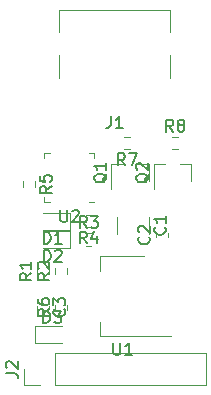
<source format=gbr>
%TF.GenerationSoftware,KiCad,Pcbnew,(5.1.9)-1*%
%TF.CreationDate,2021-05-04T17:18:08+07:00*%
%TF.ProjectId,usb_debug,7573625f-6465-4627-9567-2e6b69636164,rev?*%
%TF.SameCoordinates,Original*%
%TF.FileFunction,Legend,Top*%
%TF.FilePolarity,Positive*%
%FSLAX46Y46*%
G04 Gerber Fmt 4.6, Leading zero omitted, Abs format (unit mm)*
G04 Created by KiCad (PCBNEW (5.1.9)-1) date 2021-05-04 17:18:08*
%MOMM*%
%LPD*%
G01*
G04 APERTURE LIST*
%ADD10C,0.120000*%
%ADD11C,0.150000*%
G04 APERTURE END LIST*
D10*
%TO.C,D3*%
X90742500Y-75915000D02*
X93027500Y-75915000D01*
X90742500Y-74445000D02*
X90742500Y-75915000D01*
X93027500Y-74445000D02*
X90742500Y-74445000D01*
%TO.C,D2*%
X93742500Y-66395000D02*
X91457500Y-66395000D01*
X93742500Y-67865000D02*
X93742500Y-66395000D01*
X91457500Y-67865000D02*
X93742500Y-67865000D01*
%TO.C,D1*%
X93745000Y-64865000D02*
X91460000Y-64865000D01*
X93745000Y-66335000D02*
X93745000Y-64865000D01*
X91460000Y-66335000D02*
X93745000Y-66335000D01*
%TO.C,U2*%
X92045000Y-64000000D02*
X91570000Y-64000000D01*
X91570000Y-64000000D02*
X91570000Y-63525000D01*
X95315000Y-59780000D02*
X95790000Y-59780000D01*
X95790000Y-59780000D02*
X95790000Y-60255000D01*
X92045000Y-59780000D02*
X91570000Y-59780000D01*
X91570000Y-59780000D02*
X91570000Y-60255000D01*
X95315000Y-64000000D02*
X95790000Y-64000000D01*
%TO.C,U1*%
X96260000Y-68530000D02*
X96260000Y-69790000D01*
X96260000Y-75350000D02*
X96260000Y-74090000D01*
X100020000Y-68530000D02*
X96260000Y-68530000D01*
X102270000Y-75350000D02*
X96260000Y-75350000D01*
%TO.C,R8*%
X102397742Y-58457500D02*
X102872258Y-58457500D01*
X102397742Y-59502500D02*
X102872258Y-59502500D01*
%TO.C,R7*%
X98792258Y-59492500D02*
X98317742Y-59492500D01*
X98792258Y-58447500D02*
X98317742Y-58447500D01*
%TO.C,R6*%
X92447500Y-73122258D02*
X92447500Y-72647742D01*
X93492500Y-73122258D02*
X93492500Y-72647742D01*
%TO.C,R5*%
X90812500Y-62227742D02*
X90812500Y-62702258D01*
X89767500Y-62227742D02*
X89767500Y-62702258D01*
%TO.C,R4*%
X95552258Y-66112500D02*
X95077742Y-66112500D01*
X95552258Y-65067500D02*
X95077742Y-65067500D01*
%TO.C,R3*%
X95077742Y-66607500D02*
X95552258Y-66607500D01*
X95077742Y-67652500D02*
X95552258Y-67652500D01*
%TO.C,R2*%
X92447500Y-70062258D02*
X92447500Y-69587742D01*
X93492500Y-70062258D02*
X93492500Y-69587742D01*
%TO.C,R1*%
X90917500Y-70062258D02*
X90917500Y-69587742D01*
X91962500Y-70062258D02*
X91962500Y-69587742D01*
%TO.C,Q2*%
X103970000Y-60710000D02*
X103040000Y-60710000D01*
X100810000Y-60710000D02*
X101740000Y-60710000D01*
X100810000Y-60710000D02*
X100810000Y-62870000D01*
X103970000Y-60710000D02*
X103970000Y-62170000D01*
%TO.C,Q1*%
X100400000Y-60710000D02*
X99470000Y-60710000D01*
X97240000Y-60710000D02*
X98170000Y-60710000D01*
X97240000Y-60710000D02*
X97240000Y-62870000D01*
X100400000Y-60710000D02*
X100400000Y-62170000D01*
%TO.C,J2*%
X105220000Y-79450000D02*
X105220000Y-76790000D01*
X92460000Y-79450000D02*
X105220000Y-79450000D01*
X92460000Y-76790000D02*
X105220000Y-76790000D01*
X92460000Y-79450000D02*
X92460000Y-76790000D01*
X91190000Y-79450000D02*
X89860000Y-79450000D01*
X89860000Y-79450000D02*
X89860000Y-78120000D01*
%TO.C,J1*%
X102240000Y-49600000D02*
X102240000Y-47700000D01*
X102240000Y-53500000D02*
X102240000Y-51500000D01*
X92840000Y-49600000D02*
X92840000Y-47700000D01*
X92840000Y-53500000D02*
X92840000Y-51500000D01*
X102240000Y-47700000D02*
X92840000Y-47700000D01*
%TO.C,C3*%
X91960000Y-72744420D02*
X91960000Y-73025580D01*
X90940000Y-72744420D02*
X90940000Y-73025580D01*
%TO.C,C2*%
X100980000Y-66895580D02*
X100980000Y-66614420D01*
X102000000Y-66895580D02*
X102000000Y-66614420D01*
%TO.C,C1*%
X100460000Y-65223748D02*
X100460000Y-66646252D01*
X97740000Y-65223748D02*
X97740000Y-66646252D01*
%TO.C,D3*%
D11*
X91489404Y-74202380D02*
X91489404Y-73202380D01*
X91727500Y-73202380D01*
X91870357Y-73250000D01*
X91965595Y-73345238D01*
X92013214Y-73440476D01*
X92060833Y-73630952D01*
X92060833Y-73773809D01*
X92013214Y-73964285D01*
X91965595Y-74059523D01*
X91870357Y-74154761D01*
X91727500Y-74202380D01*
X91489404Y-74202380D01*
X92394166Y-73202380D02*
X93013214Y-73202380D01*
X92679880Y-73583333D01*
X92822738Y-73583333D01*
X92917976Y-73630952D01*
X92965595Y-73678571D01*
X93013214Y-73773809D01*
X93013214Y-74011904D01*
X92965595Y-74107142D01*
X92917976Y-74154761D01*
X92822738Y-74202380D01*
X92537023Y-74202380D01*
X92441785Y-74154761D01*
X92394166Y-74107142D01*
%TO.C,D2*%
X91519404Y-69012380D02*
X91519404Y-68012380D01*
X91757500Y-68012380D01*
X91900357Y-68060000D01*
X91995595Y-68155238D01*
X92043214Y-68250476D01*
X92090833Y-68440952D01*
X92090833Y-68583809D01*
X92043214Y-68774285D01*
X91995595Y-68869523D01*
X91900357Y-68964761D01*
X91757500Y-69012380D01*
X91519404Y-69012380D01*
X92471785Y-68107619D02*
X92519404Y-68060000D01*
X92614642Y-68012380D01*
X92852738Y-68012380D01*
X92947976Y-68060000D01*
X92995595Y-68107619D01*
X93043214Y-68202857D01*
X93043214Y-68298095D01*
X92995595Y-68440952D01*
X92424166Y-69012380D01*
X93043214Y-69012380D01*
%TO.C,D1*%
X91521904Y-67482380D02*
X91521904Y-66482380D01*
X91760000Y-66482380D01*
X91902857Y-66530000D01*
X91998095Y-66625238D01*
X92045714Y-66720476D01*
X92093333Y-66910952D01*
X92093333Y-67053809D01*
X92045714Y-67244285D01*
X91998095Y-67339523D01*
X91902857Y-67434761D01*
X91760000Y-67482380D01*
X91521904Y-67482380D01*
X93045714Y-67482380D02*
X92474285Y-67482380D01*
X92760000Y-67482380D02*
X92760000Y-66482380D01*
X92664761Y-66625238D01*
X92569523Y-66720476D01*
X92474285Y-66768095D01*
%TO.C,U2*%
X92918095Y-64642380D02*
X92918095Y-65451904D01*
X92965714Y-65547142D01*
X93013333Y-65594761D01*
X93108571Y-65642380D01*
X93299047Y-65642380D01*
X93394285Y-65594761D01*
X93441904Y-65547142D01*
X93489523Y-65451904D01*
X93489523Y-64642380D01*
X93918095Y-64737619D02*
X93965714Y-64690000D01*
X94060952Y-64642380D01*
X94299047Y-64642380D01*
X94394285Y-64690000D01*
X94441904Y-64737619D01*
X94489523Y-64832857D01*
X94489523Y-64928095D01*
X94441904Y-65070952D01*
X93870476Y-65642380D01*
X94489523Y-65642380D01*
%TO.C,U1*%
X97408095Y-75892380D02*
X97408095Y-76701904D01*
X97455714Y-76797142D01*
X97503333Y-76844761D01*
X97598571Y-76892380D01*
X97789047Y-76892380D01*
X97884285Y-76844761D01*
X97931904Y-76797142D01*
X97979523Y-76701904D01*
X97979523Y-75892380D01*
X98979523Y-76892380D02*
X98408095Y-76892380D01*
X98693809Y-76892380D02*
X98693809Y-75892380D01*
X98598571Y-76035238D01*
X98503333Y-76130476D01*
X98408095Y-76178095D01*
%TO.C,R8*%
X102468333Y-58002380D02*
X102135000Y-57526190D01*
X101896904Y-58002380D02*
X101896904Y-57002380D01*
X102277857Y-57002380D01*
X102373095Y-57050000D01*
X102420714Y-57097619D01*
X102468333Y-57192857D01*
X102468333Y-57335714D01*
X102420714Y-57430952D01*
X102373095Y-57478571D01*
X102277857Y-57526190D01*
X101896904Y-57526190D01*
X103039761Y-57430952D02*
X102944523Y-57383333D01*
X102896904Y-57335714D01*
X102849285Y-57240476D01*
X102849285Y-57192857D01*
X102896904Y-57097619D01*
X102944523Y-57050000D01*
X103039761Y-57002380D01*
X103230238Y-57002380D01*
X103325476Y-57050000D01*
X103373095Y-57097619D01*
X103420714Y-57192857D01*
X103420714Y-57240476D01*
X103373095Y-57335714D01*
X103325476Y-57383333D01*
X103230238Y-57430952D01*
X103039761Y-57430952D01*
X102944523Y-57478571D01*
X102896904Y-57526190D01*
X102849285Y-57621428D01*
X102849285Y-57811904D01*
X102896904Y-57907142D01*
X102944523Y-57954761D01*
X103039761Y-58002380D01*
X103230238Y-58002380D01*
X103325476Y-57954761D01*
X103373095Y-57907142D01*
X103420714Y-57811904D01*
X103420714Y-57621428D01*
X103373095Y-57526190D01*
X103325476Y-57478571D01*
X103230238Y-57430952D01*
%TO.C,R7*%
X98388333Y-60852380D02*
X98055000Y-60376190D01*
X97816904Y-60852380D02*
X97816904Y-59852380D01*
X98197857Y-59852380D01*
X98293095Y-59900000D01*
X98340714Y-59947619D01*
X98388333Y-60042857D01*
X98388333Y-60185714D01*
X98340714Y-60280952D01*
X98293095Y-60328571D01*
X98197857Y-60376190D01*
X97816904Y-60376190D01*
X98721666Y-59852380D02*
X99388333Y-59852380D01*
X98959761Y-60852380D01*
%TO.C,R6*%
X91992380Y-73051666D02*
X91516190Y-73385000D01*
X91992380Y-73623095D02*
X90992380Y-73623095D01*
X90992380Y-73242142D01*
X91040000Y-73146904D01*
X91087619Y-73099285D01*
X91182857Y-73051666D01*
X91325714Y-73051666D01*
X91420952Y-73099285D01*
X91468571Y-73146904D01*
X91516190Y-73242142D01*
X91516190Y-73623095D01*
X90992380Y-72194523D02*
X90992380Y-72385000D01*
X91040000Y-72480238D01*
X91087619Y-72527857D01*
X91230476Y-72623095D01*
X91420952Y-72670714D01*
X91801904Y-72670714D01*
X91897142Y-72623095D01*
X91944761Y-72575476D01*
X91992380Y-72480238D01*
X91992380Y-72289761D01*
X91944761Y-72194523D01*
X91897142Y-72146904D01*
X91801904Y-72099285D01*
X91563809Y-72099285D01*
X91468571Y-72146904D01*
X91420952Y-72194523D01*
X91373333Y-72289761D01*
X91373333Y-72480238D01*
X91420952Y-72575476D01*
X91468571Y-72623095D01*
X91563809Y-72670714D01*
%TO.C,R5*%
X92172380Y-62631666D02*
X91696190Y-62965000D01*
X92172380Y-63203095D02*
X91172380Y-63203095D01*
X91172380Y-62822142D01*
X91220000Y-62726904D01*
X91267619Y-62679285D01*
X91362857Y-62631666D01*
X91505714Y-62631666D01*
X91600952Y-62679285D01*
X91648571Y-62726904D01*
X91696190Y-62822142D01*
X91696190Y-63203095D01*
X91172380Y-61726904D02*
X91172380Y-62203095D01*
X91648571Y-62250714D01*
X91600952Y-62203095D01*
X91553333Y-62107857D01*
X91553333Y-61869761D01*
X91600952Y-61774523D01*
X91648571Y-61726904D01*
X91743809Y-61679285D01*
X91981904Y-61679285D01*
X92077142Y-61726904D01*
X92124761Y-61774523D01*
X92172380Y-61869761D01*
X92172380Y-62107857D01*
X92124761Y-62203095D01*
X92077142Y-62250714D01*
%TO.C,R4*%
X95148333Y-67472380D02*
X94815000Y-66996190D01*
X94576904Y-67472380D02*
X94576904Y-66472380D01*
X94957857Y-66472380D01*
X95053095Y-66520000D01*
X95100714Y-66567619D01*
X95148333Y-66662857D01*
X95148333Y-66805714D01*
X95100714Y-66900952D01*
X95053095Y-66948571D01*
X94957857Y-66996190D01*
X94576904Y-66996190D01*
X96005476Y-66805714D02*
X96005476Y-67472380D01*
X95767380Y-66424761D02*
X95529285Y-67139047D01*
X96148333Y-67139047D01*
%TO.C,R3*%
X95148333Y-66152380D02*
X94815000Y-65676190D01*
X94576904Y-66152380D02*
X94576904Y-65152380D01*
X94957857Y-65152380D01*
X95053095Y-65200000D01*
X95100714Y-65247619D01*
X95148333Y-65342857D01*
X95148333Y-65485714D01*
X95100714Y-65580952D01*
X95053095Y-65628571D01*
X94957857Y-65676190D01*
X94576904Y-65676190D01*
X95481666Y-65152380D02*
X96100714Y-65152380D01*
X95767380Y-65533333D01*
X95910238Y-65533333D01*
X96005476Y-65580952D01*
X96053095Y-65628571D01*
X96100714Y-65723809D01*
X96100714Y-65961904D01*
X96053095Y-66057142D01*
X96005476Y-66104761D01*
X95910238Y-66152380D01*
X95624523Y-66152380D01*
X95529285Y-66104761D01*
X95481666Y-66057142D01*
%TO.C,R2*%
X91992380Y-69991666D02*
X91516190Y-70325000D01*
X91992380Y-70563095D02*
X90992380Y-70563095D01*
X90992380Y-70182142D01*
X91040000Y-70086904D01*
X91087619Y-70039285D01*
X91182857Y-69991666D01*
X91325714Y-69991666D01*
X91420952Y-70039285D01*
X91468571Y-70086904D01*
X91516190Y-70182142D01*
X91516190Y-70563095D01*
X91087619Y-69610714D02*
X91040000Y-69563095D01*
X90992380Y-69467857D01*
X90992380Y-69229761D01*
X91040000Y-69134523D01*
X91087619Y-69086904D01*
X91182857Y-69039285D01*
X91278095Y-69039285D01*
X91420952Y-69086904D01*
X91992380Y-69658333D01*
X91992380Y-69039285D01*
%TO.C,R1*%
X90462380Y-69991666D02*
X89986190Y-70325000D01*
X90462380Y-70563095D02*
X89462380Y-70563095D01*
X89462380Y-70182142D01*
X89510000Y-70086904D01*
X89557619Y-70039285D01*
X89652857Y-69991666D01*
X89795714Y-69991666D01*
X89890952Y-70039285D01*
X89938571Y-70086904D01*
X89986190Y-70182142D01*
X89986190Y-70563095D01*
X90462380Y-69039285D02*
X90462380Y-69610714D01*
X90462380Y-69325000D02*
X89462380Y-69325000D01*
X89605238Y-69420238D01*
X89700476Y-69515476D01*
X89748095Y-69610714D01*
%TO.C,Q2*%
X100437619Y-61565238D02*
X100390000Y-61660476D01*
X100294761Y-61755714D01*
X100151904Y-61898571D01*
X100104285Y-61993809D01*
X100104285Y-62089047D01*
X100342380Y-62041428D02*
X100294761Y-62136666D01*
X100199523Y-62231904D01*
X100009047Y-62279523D01*
X99675714Y-62279523D01*
X99485238Y-62231904D01*
X99390000Y-62136666D01*
X99342380Y-62041428D01*
X99342380Y-61850952D01*
X99390000Y-61755714D01*
X99485238Y-61660476D01*
X99675714Y-61612857D01*
X100009047Y-61612857D01*
X100199523Y-61660476D01*
X100294761Y-61755714D01*
X100342380Y-61850952D01*
X100342380Y-62041428D01*
X99437619Y-61231904D02*
X99390000Y-61184285D01*
X99342380Y-61089047D01*
X99342380Y-60850952D01*
X99390000Y-60755714D01*
X99437619Y-60708095D01*
X99532857Y-60660476D01*
X99628095Y-60660476D01*
X99770952Y-60708095D01*
X100342380Y-61279523D01*
X100342380Y-60660476D01*
%TO.C,Q1*%
X96867619Y-61565238D02*
X96820000Y-61660476D01*
X96724761Y-61755714D01*
X96581904Y-61898571D01*
X96534285Y-61993809D01*
X96534285Y-62089047D01*
X96772380Y-62041428D02*
X96724761Y-62136666D01*
X96629523Y-62231904D01*
X96439047Y-62279523D01*
X96105714Y-62279523D01*
X95915238Y-62231904D01*
X95820000Y-62136666D01*
X95772380Y-62041428D01*
X95772380Y-61850952D01*
X95820000Y-61755714D01*
X95915238Y-61660476D01*
X96105714Y-61612857D01*
X96439047Y-61612857D01*
X96629523Y-61660476D01*
X96724761Y-61755714D01*
X96772380Y-61850952D01*
X96772380Y-62041428D01*
X96772380Y-60660476D02*
X96772380Y-61231904D01*
X96772380Y-60946190D02*
X95772380Y-60946190D01*
X95915238Y-61041428D01*
X96010476Y-61136666D01*
X96058095Y-61231904D01*
%TO.C,J2*%
X88312380Y-78453333D02*
X89026666Y-78453333D01*
X89169523Y-78500952D01*
X89264761Y-78596190D01*
X89312380Y-78739047D01*
X89312380Y-78834285D01*
X88407619Y-78024761D02*
X88360000Y-77977142D01*
X88312380Y-77881904D01*
X88312380Y-77643809D01*
X88360000Y-77548571D01*
X88407619Y-77500952D01*
X88502857Y-77453333D01*
X88598095Y-77453333D01*
X88740952Y-77500952D01*
X89312380Y-78072380D01*
X89312380Y-77453333D01*
%TO.C,J1*%
X97206666Y-56697380D02*
X97206666Y-57411666D01*
X97159047Y-57554523D01*
X97063809Y-57649761D01*
X96920952Y-57697380D01*
X96825714Y-57697380D01*
X98206666Y-57697380D02*
X97635238Y-57697380D01*
X97920952Y-57697380D02*
X97920952Y-56697380D01*
X97825714Y-56840238D01*
X97730476Y-56935476D01*
X97635238Y-56983095D01*
%TO.C,C3*%
X93237142Y-73051666D02*
X93284761Y-73099285D01*
X93332380Y-73242142D01*
X93332380Y-73337380D01*
X93284761Y-73480238D01*
X93189523Y-73575476D01*
X93094285Y-73623095D01*
X92903809Y-73670714D01*
X92760952Y-73670714D01*
X92570476Y-73623095D01*
X92475238Y-73575476D01*
X92380000Y-73480238D01*
X92332380Y-73337380D01*
X92332380Y-73242142D01*
X92380000Y-73099285D01*
X92427619Y-73051666D01*
X92332380Y-72718333D02*
X92332380Y-72099285D01*
X92713333Y-72432619D01*
X92713333Y-72289761D01*
X92760952Y-72194523D01*
X92808571Y-72146904D01*
X92903809Y-72099285D01*
X93141904Y-72099285D01*
X93237142Y-72146904D01*
X93284761Y-72194523D01*
X93332380Y-72289761D01*
X93332380Y-72575476D01*
X93284761Y-72670714D01*
X93237142Y-72718333D01*
%TO.C,C2*%
X100417142Y-66921666D02*
X100464761Y-66969285D01*
X100512380Y-67112142D01*
X100512380Y-67207380D01*
X100464761Y-67350238D01*
X100369523Y-67445476D01*
X100274285Y-67493095D01*
X100083809Y-67540714D01*
X99940952Y-67540714D01*
X99750476Y-67493095D01*
X99655238Y-67445476D01*
X99560000Y-67350238D01*
X99512380Y-67207380D01*
X99512380Y-67112142D01*
X99560000Y-66969285D01*
X99607619Y-66921666D01*
X99607619Y-66540714D02*
X99560000Y-66493095D01*
X99512380Y-66397857D01*
X99512380Y-66159761D01*
X99560000Y-66064523D01*
X99607619Y-66016904D01*
X99702857Y-65969285D01*
X99798095Y-65969285D01*
X99940952Y-66016904D01*
X100512380Y-66588333D01*
X100512380Y-65969285D01*
%TO.C,C1*%
X101757142Y-66101666D02*
X101804761Y-66149285D01*
X101852380Y-66292142D01*
X101852380Y-66387380D01*
X101804761Y-66530238D01*
X101709523Y-66625476D01*
X101614285Y-66673095D01*
X101423809Y-66720714D01*
X101280952Y-66720714D01*
X101090476Y-66673095D01*
X100995238Y-66625476D01*
X100900000Y-66530238D01*
X100852380Y-66387380D01*
X100852380Y-66292142D01*
X100900000Y-66149285D01*
X100947619Y-66101666D01*
X101852380Y-65149285D02*
X101852380Y-65720714D01*
X101852380Y-65435000D02*
X100852380Y-65435000D01*
X100995238Y-65530238D01*
X101090476Y-65625476D01*
X101138095Y-65720714D01*
%TD*%
M02*

</source>
